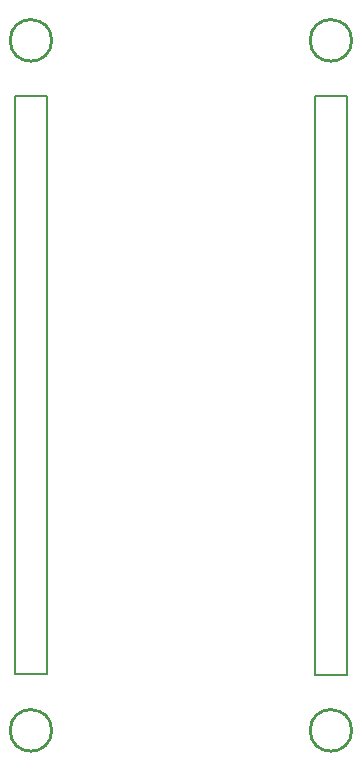
<source format=gto>
G04*
G04 #@! TF.GenerationSoftware,Altium Limited,Altium Designer,20.0.10 (225)*
G04*
G04 Layer_Color=65535*
%FSLAX42Y42*%
%MOMM*%
G71*
G01*
G75*
%ADD10C,0.25*%
%ADD11C,0.20*%
D10*
X2970Y6096D02*
G03*
X2970Y6096I-176J0D01*
G01*
X430D02*
G03*
X430Y6096I-176J0D01*
G01*
X2970Y254D02*
G03*
X2970Y254I-176J0D01*
G01*
X430D02*
G03*
X430Y254I-176J0D01*
G01*
D11*
X2659Y724D02*
Y5621D01*
X2929D01*
Y724D02*
Y5621D01*
X2659Y724D02*
X2929D01*
X389Y729D02*
Y5626D01*
X119Y729D02*
X389D01*
X119D02*
Y5626D01*
X389D01*
M02*

</source>
